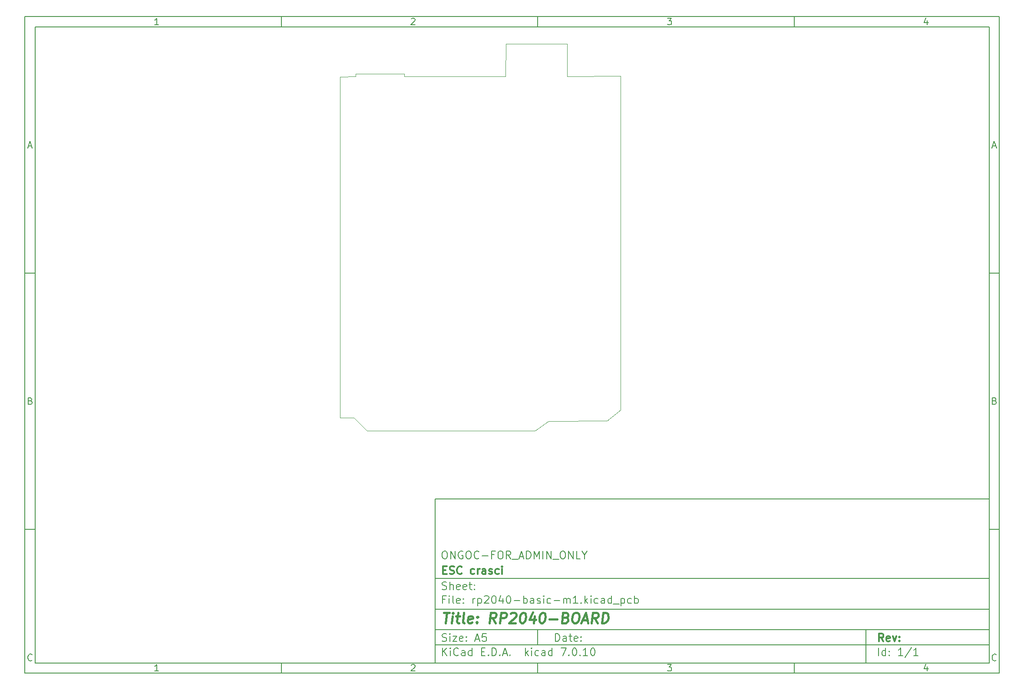
<source format=gbr>
%TF.GenerationSoftware,KiCad,Pcbnew,7.0.10*%
%TF.CreationDate,2024-01-28T16:32:01+05:30*%
%TF.ProjectId,rp2040-basic-m1,72703230-3430-42d6-9261-7369632d6d31,rev?*%
%TF.SameCoordinates,Original*%
%TF.FileFunction,Profile,NP*%
%FSLAX46Y46*%
G04 Gerber Fmt 4.6, Leading zero omitted, Abs format (unit mm)*
G04 Created by KiCad (PCBNEW 7.0.10) date 2024-01-28 16:32:01*
%MOMM*%
%LPD*%
G01*
G04 APERTURE LIST*
%ADD10C,0.100000*%
%ADD11C,0.150000*%
%ADD12C,0.300000*%
%ADD13C,0.400000*%
%TA.AperFunction,Profile*%
%ADD14C,0.100000*%
%TD*%
G04 APERTURE END LIST*
D10*
D11*
X90007200Y-104005800D02*
X198007200Y-104005800D01*
X198007200Y-136005800D01*
X90007200Y-136005800D01*
X90007200Y-104005800D01*
D10*
D11*
X10000000Y-10000000D02*
X200007200Y-10000000D01*
X200007200Y-138005800D01*
X10000000Y-138005800D01*
X10000000Y-10000000D01*
D10*
D11*
X12000000Y-12000000D02*
X198007200Y-12000000D01*
X198007200Y-136005800D01*
X12000000Y-136005800D01*
X12000000Y-12000000D01*
D10*
D11*
X60000000Y-12000000D02*
X60000000Y-10000000D01*
D10*
D11*
X110000000Y-12000000D02*
X110000000Y-10000000D01*
D10*
D11*
X160000000Y-12000000D02*
X160000000Y-10000000D01*
D10*
D11*
X36089160Y-11593604D02*
X35346303Y-11593604D01*
X35717731Y-11593604D02*
X35717731Y-10293604D01*
X35717731Y-10293604D02*
X35593922Y-10479319D01*
X35593922Y-10479319D02*
X35470112Y-10603128D01*
X35470112Y-10603128D02*
X35346303Y-10665033D01*
D10*
D11*
X85346303Y-10417414D02*
X85408207Y-10355509D01*
X85408207Y-10355509D02*
X85532017Y-10293604D01*
X85532017Y-10293604D02*
X85841541Y-10293604D01*
X85841541Y-10293604D02*
X85965350Y-10355509D01*
X85965350Y-10355509D02*
X86027255Y-10417414D01*
X86027255Y-10417414D02*
X86089160Y-10541223D01*
X86089160Y-10541223D02*
X86089160Y-10665033D01*
X86089160Y-10665033D02*
X86027255Y-10850747D01*
X86027255Y-10850747D02*
X85284398Y-11593604D01*
X85284398Y-11593604D02*
X86089160Y-11593604D01*
D10*
D11*
X135284398Y-10293604D02*
X136089160Y-10293604D01*
X136089160Y-10293604D02*
X135655826Y-10788842D01*
X135655826Y-10788842D02*
X135841541Y-10788842D01*
X135841541Y-10788842D02*
X135965350Y-10850747D01*
X135965350Y-10850747D02*
X136027255Y-10912652D01*
X136027255Y-10912652D02*
X136089160Y-11036461D01*
X136089160Y-11036461D02*
X136089160Y-11345985D01*
X136089160Y-11345985D02*
X136027255Y-11469795D01*
X136027255Y-11469795D02*
X135965350Y-11531700D01*
X135965350Y-11531700D02*
X135841541Y-11593604D01*
X135841541Y-11593604D02*
X135470112Y-11593604D01*
X135470112Y-11593604D02*
X135346303Y-11531700D01*
X135346303Y-11531700D02*
X135284398Y-11469795D01*
D10*
D11*
X185965350Y-10726938D02*
X185965350Y-11593604D01*
X185655826Y-10231700D02*
X185346303Y-11160271D01*
X185346303Y-11160271D02*
X186151064Y-11160271D01*
D10*
D11*
X60000000Y-136005800D02*
X60000000Y-138005800D01*
D10*
D11*
X110000000Y-136005800D02*
X110000000Y-138005800D01*
D10*
D11*
X160000000Y-136005800D02*
X160000000Y-138005800D01*
D10*
D11*
X36089160Y-137599404D02*
X35346303Y-137599404D01*
X35717731Y-137599404D02*
X35717731Y-136299404D01*
X35717731Y-136299404D02*
X35593922Y-136485119D01*
X35593922Y-136485119D02*
X35470112Y-136608928D01*
X35470112Y-136608928D02*
X35346303Y-136670833D01*
D10*
D11*
X85346303Y-136423214D02*
X85408207Y-136361309D01*
X85408207Y-136361309D02*
X85532017Y-136299404D01*
X85532017Y-136299404D02*
X85841541Y-136299404D01*
X85841541Y-136299404D02*
X85965350Y-136361309D01*
X85965350Y-136361309D02*
X86027255Y-136423214D01*
X86027255Y-136423214D02*
X86089160Y-136547023D01*
X86089160Y-136547023D02*
X86089160Y-136670833D01*
X86089160Y-136670833D02*
X86027255Y-136856547D01*
X86027255Y-136856547D02*
X85284398Y-137599404D01*
X85284398Y-137599404D02*
X86089160Y-137599404D01*
D10*
D11*
X135284398Y-136299404D02*
X136089160Y-136299404D01*
X136089160Y-136299404D02*
X135655826Y-136794642D01*
X135655826Y-136794642D02*
X135841541Y-136794642D01*
X135841541Y-136794642D02*
X135965350Y-136856547D01*
X135965350Y-136856547D02*
X136027255Y-136918452D01*
X136027255Y-136918452D02*
X136089160Y-137042261D01*
X136089160Y-137042261D02*
X136089160Y-137351785D01*
X136089160Y-137351785D02*
X136027255Y-137475595D01*
X136027255Y-137475595D02*
X135965350Y-137537500D01*
X135965350Y-137537500D02*
X135841541Y-137599404D01*
X135841541Y-137599404D02*
X135470112Y-137599404D01*
X135470112Y-137599404D02*
X135346303Y-137537500D01*
X135346303Y-137537500D02*
X135284398Y-137475595D01*
D10*
D11*
X185965350Y-136732738D02*
X185965350Y-137599404D01*
X185655826Y-136237500D02*
X185346303Y-137166071D01*
X185346303Y-137166071D02*
X186151064Y-137166071D01*
D10*
D11*
X10000000Y-60000000D02*
X12000000Y-60000000D01*
D10*
D11*
X10000000Y-110000000D02*
X12000000Y-110000000D01*
D10*
D11*
X10690476Y-35222176D02*
X11309523Y-35222176D01*
X10566666Y-35593604D02*
X10999999Y-34293604D01*
X10999999Y-34293604D02*
X11433333Y-35593604D01*
D10*
D11*
X11092857Y-84912652D02*
X11278571Y-84974557D01*
X11278571Y-84974557D02*
X11340476Y-85036461D01*
X11340476Y-85036461D02*
X11402380Y-85160271D01*
X11402380Y-85160271D02*
X11402380Y-85345985D01*
X11402380Y-85345985D02*
X11340476Y-85469795D01*
X11340476Y-85469795D02*
X11278571Y-85531700D01*
X11278571Y-85531700D02*
X11154761Y-85593604D01*
X11154761Y-85593604D02*
X10659523Y-85593604D01*
X10659523Y-85593604D02*
X10659523Y-84293604D01*
X10659523Y-84293604D02*
X11092857Y-84293604D01*
X11092857Y-84293604D02*
X11216666Y-84355509D01*
X11216666Y-84355509D02*
X11278571Y-84417414D01*
X11278571Y-84417414D02*
X11340476Y-84541223D01*
X11340476Y-84541223D02*
X11340476Y-84665033D01*
X11340476Y-84665033D02*
X11278571Y-84788842D01*
X11278571Y-84788842D02*
X11216666Y-84850747D01*
X11216666Y-84850747D02*
X11092857Y-84912652D01*
X11092857Y-84912652D02*
X10659523Y-84912652D01*
D10*
D11*
X11402380Y-135469795D02*
X11340476Y-135531700D01*
X11340476Y-135531700D02*
X11154761Y-135593604D01*
X11154761Y-135593604D02*
X11030952Y-135593604D01*
X11030952Y-135593604D02*
X10845238Y-135531700D01*
X10845238Y-135531700D02*
X10721428Y-135407890D01*
X10721428Y-135407890D02*
X10659523Y-135284080D01*
X10659523Y-135284080D02*
X10597619Y-135036461D01*
X10597619Y-135036461D02*
X10597619Y-134850747D01*
X10597619Y-134850747D02*
X10659523Y-134603128D01*
X10659523Y-134603128D02*
X10721428Y-134479319D01*
X10721428Y-134479319D02*
X10845238Y-134355509D01*
X10845238Y-134355509D02*
X11030952Y-134293604D01*
X11030952Y-134293604D02*
X11154761Y-134293604D01*
X11154761Y-134293604D02*
X11340476Y-134355509D01*
X11340476Y-134355509D02*
X11402380Y-134417414D01*
D10*
D11*
X200007200Y-60000000D02*
X198007200Y-60000000D01*
D10*
D11*
X200007200Y-110000000D02*
X198007200Y-110000000D01*
D10*
D11*
X198697676Y-35222176D02*
X199316723Y-35222176D01*
X198573866Y-35593604D02*
X199007199Y-34293604D01*
X199007199Y-34293604D02*
X199440533Y-35593604D01*
D10*
D11*
X199100057Y-84912652D02*
X199285771Y-84974557D01*
X199285771Y-84974557D02*
X199347676Y-85036461D01*
X199347676Y-85036461D02*
X199409580Y-85160271D01*
X199409580Y-85160271D02*
X199409580Y-85345985D01*
X199409580Y-85345985D02*
X199347676Y-85469795D01*
X199347676Y-85469795D02*
X199285771Y-85531700D01*
X199285771Y-85531700D02*
X199161961Y-85593604D01*
X199161961Y-85593604D02*
X198666723Y-85593604D01*
X198666723Y-85593604D02*
X198666723Y-84293604D01*
X198666723Y-84293604D02*
X199100057Y-84293604D01*
X199100057Y-84293604D02*
X199223866Y-84355509D01*
X199223866Y-84355509D02*
X199285771Y-84417414D01*
X199285771Y-84417414D02*
X199347676Y-84541223D01*
X199347676Y-84541223D02*
X199347676Y-84665033D01*
X199347676Y-84665033D02*
X199285771Y-84788842D01*
X199285771Y-84788842D02*
X199223866Y-84850747D01*
X199223866Y-84850747D02*
X199100057Y-84912652D01*
X199100057Y-84912652D02*
X198666723Y-84912652D01*
D10*
D11*
X199409580Y-135469795D02*
X199347676Y-135531700D01*
X199347676Y-135531700D02*
X199161961Y-135593604D01*
X199161961Y-135593604D02*
X199038152Y-135593604D01*
X199038152Y-135593604D02*
X198852438Y-135531700D01*
X198852438Y-135531700D02*
X198728628Y-135407890D01*
X198728628Y-135407890D02*
X198666723Y-135284080D01*
X198666723Y-135284080D02*
X198604819Y-135036461D01*
X198604819Y-135036461D02*
X198604819Y-134850747D01*
X198604819Y-134850747D02*
X198666723Y-134603128D01*
X198666723Y-134603128D02*
X198728628Y-134479319D01*
X198728628Y-134479319D02*
X198852438Y-134355509D01*
X198852438Y-134355509D02*
X199038152Y-134293604D01*
X199038152Y-134293604D02*
X199161961Y-134293604D01*
X199161961Y-134293604D02*
X199347676Y-134355509D01*
X199347676Y-134355509D02*
X199409580Y-134417414D01*
D10*
D11*
X113463026Y-131791928D02*
X113463026Y-130291928D01*
X113463026Y-130291928D02*
X113820169Y-130291928D01*
X113820169Y-130291928D02*
X114034455Y-130363357D01*
X114034455Y-130363357D02*
X114177312Y-130506214D01*
X114177312Y-130506214D02*
X114248741Y-130649071D01*
X114248741Y-130649071D02*
X114320169Y-130934785D01*
X114320169Y-130934785D02*
X114320169Y-131149071D01*
X114320169Y-131149071D02*
X114248741Y-131434785D01*
X114248741Y-131434785D02*
X114177312Y-131577642D01*
X114177312Y-131577642D02*
X114034455Y-131720500D01*
X114034455Y-131720500D02*
X113820169Y-131791928D01*
X113820169Y-131791928D02*
X113463026Y-131791928D01*
X115605884Y-131791928D02*
X115605884Y-131006214D01*
X115605884Y-131006214D02*
X115534455Y-130863357D01*
X115534455Y-130863357D02*
X115391598Y-130791928D01*
X115391598Y-130791928D02*
X115105884Y-130791928D01*
X115105884Y-130791928D02*
X114963026Y-130863357D01*
X115605884Y-131720500D02*
X115463026Y-131791928D01*
X115463026Y-131791928D02*
X115105884Y-131791928D01*
X115105884Y-131791928D02*
X114963026Y-131720500D01*
X114963026Y-131720500D02*
X114891598Y-131577642D01*
X114891598Y-131577642D02*
X114891598Y-131434785D01*
X114891598Y-131434785D02*
X114963026Y-131291928D01*
X114963026Y-131291928D02*
X115105884Y-131220500D01*
X115105884Y-131220500D02*
X115463026Y-131220500D01*
X115463026Y-131220500D02*
X115605884Y-131149071D01*
X116105884Y-130791928D02*
X116677312Y-130791928D01*
X116320169Y-130291928D02*
X116320169Y-131577642D01*
X116320169Y-131577642D02*
X116391598Y-131720500D01*
X116391598Y-131720500D02*
X116534455Y-131791928D01*
X116534455Y-131791928D02*
X116677312Y-131791928D01*
X117748741Y-131720500D02*
X117605884Y-131791928D01*
X117605884Y-131791928D02*
X117320170Y-131791928D01*
X117320170Y-131791928D02*
X117177312Y-131720500D01*
X117177312Y-131720500D02*
X117105884Y-131577642D01*
X117105884Y-131577642D02*
X117105884Y-131006214D01*
X117105884Y-131006214D02*
X117177312Y-130863357D01*
X117177312Y-130863357D02*
X117320170Y-130791928D01*
X117320170Y-130791928D02*
X117605884Y-130791928D01*
X117605884Y-130791928D02*
X117748741Y-130863357D01*
X117748741Y-130863357D02*
X117820170Y-131006214D01*
X117820170Y-131006214D02*
X117820170Y-131149071D01*
X117820170Y-131149071D02*
X117105884Y-131291928D01*
X118463026Y-131649071D02*
X118534455Y-131720500D01*
X118534455Y-131720500D02*
X118463026Y-131791928D01*
X118463026Y-131791928D02*
X118391598Y-131720500D01*
X118391598Y-131720500D02*
X118463026Y-131649071D01*
X118463026Y-131649071D02*
X118463026Y-131791928D01*
X118463026Y-130863357D02*
X118534455Y-130934785D01*
X118534455Y-130934785D02*
X118463026Y-131006214D01*
X118463026Y-131006214D02*
X118391598Y-130934785D01*
X118391598Y-130934785D02*
X118463026Y-130863357D01*
X118463026Y-130863357D02*
X118463026Y-131006214D01*
D10*
D11*
X90007200Y-132505800D02*
X198007200Y-132505800D01*
D10*
D11*
X91463026Y-134591928D02*
X91463026Y-133091928D01*
X92320169Y-134591928D02*
X91677312Y-133734785D01*
X92320169Y-133091928D02*
X91463026Y-133949071D01*
X92963026Y-134591928D02*
X92963026Y-133591928D01*
X92963026Y-133091928D02*
X92891598Y-133163357D01*
X92891598Y-133163357D02*
X92963026Y-133234785D01*
X92963026Y-133234785D02*
X93034455Y-133163357D01*
X93034455Y-133163357D02*
X92963026Y-133091928D01*
X92963026Y-133091928D02*
X92963026Y-133234785D01*
X94534455Y-134449071D02*
X94463027Y-134520500D01*
X94463027Y-134520500D02*
X94248741Y-134591928D01*
X94248741Y-134591928D02*
X94105884Y-134591928D01*
X94105884Y-134591928D02*
X93891598Y-134520500D01*
X93891598Y-134520500D02*
X93748741Y-134377642D01*
X93748741Y-134377642D02*
X93677312Y-134234785D01*
X93677312Y-134234785D02*
X93605884Y-133949071D01*
X93605884Y-133949071D02*
X93605884Y-133734785D01*
X93605884Y-133734785D02*
X93677312Y-133449071D01*
X93677312Y-133449071D02*
X93748741Y-133306214D01*
X93748741Y-133306214D02*
X93891598Y-133163357D01*
X93891598Y-133163357D02*
X94105884Y-133091928D01*
X94105884Y-133091928D02*
X94248741Y-133091928D01*
X94248741Y-133091928D02*
X94463027Y-133163357D01*
X94463027Y-133163357D02*
X94534455Y-133234785D01*
X95820170Y-134591928D02*
X95820170Y-133806214D01*
X95820170Y-133806214D02*
X95748741Y-133663357D01*
X95748741Y-133663357D02*
X95605884Y-133591928D01*
X95605884Y-133591928D02*
X95320170Y-133591928D01*
X95320170Y-133591928D02*
X95177312Y-133663357D01*
X95820170Y-134520500D02*
X95677312Y-134591928D01*
X95677312Y-134591928D02*
X95320170Y-134591928D01*
X95320170Y-134591928D02*
X95177312Y-134520500D01*
X95177312Y-134520500D02*
X95105884Y-134377642D01*
X95105884Y-134377642D02*
X95105884Y-134234785D01*
X95105884Y-134234785D02*
X95177312Y-134091928D01*
X95177312Y-134091928D02*
X95320170Y-134020500D01*
X95320170Y-134020500D02*
X95677312Y-134020500D01*
X95677312Y-134020500D02*
X95820170Y-133949071D01*
X97177313Y-134591928D02*
X97177313Y-133091928D01*
X97177313Y-134520500D02*
X97034455Y-134591928D01*
X97034455Y-134591928D02*
X96748741Y-134591928D01*
X96748741Y-134591928D02*
X96605884Y-134520500D01*
X96605884Y-134520500D02*
X96534455Y-134449071D01*
X96534455Y-134449071D02*
X96463027Y-134306214D01*
X96463027Y-134306214D02*
X96463027Y-133877642D01*
X96463027Y-133877642D02*
X96534455Y-133734785D01*
X96534455Y-133734785D02*
X96605884Y-133663357D01*
X96605884Y-133663357D02*
X96748741Y-133591928D01*
X96748741Y-133591928D02*
X97034455Y-133591928D01*
X97034455Y-133591928D02*
X97177313Y-133663357D01*
X99034455Y-133806214D02*
X99534455Y-133806214D01*
X99748741Y-134591928D02*
X99034455Y-134591928D01*
X99034455Y-134591928D02*
X99034455Y-133091928D01*
X99034455Y-133091928D02*
X99748741Y-133091928D01*
X100391598Y-134449071D02*
X100463027Y-134520500D01*
X100463027Y-134520500D02*
X100391598Y-134591928D01*
X100391598Y-134591928D02*
X100320170Y-134520500D01*
X100320170Y-134520500D02*
X100391598Y-134449071D01*
X100391598Y-134449071D02*
X100391598Y-134591928D01*
X101105884Y-134591928D02*
X101105884Y-133091928D01*
X101105884Y-133091928D02*
X101463027Y-133091928D01*
X101463027Y-133091928D02*
X101677313Y-133163357D01*
X101677313Y-133163357D02*
X101820170Y-133306214D01*
X101820170Y-133306214D02*
X101891599Y-133449071D01*
X101891599Y-133449071D02*
X101963027Y-133734785D01*
X101963027Y-133734785D02*
X101963027Y-133949071D01*
X101963027Y-133949071D02*
X101891599Y-134234785D01*
X101891599Y-134234785D02*
X101820170Y-134377642D01*
X101820170Y-134377642D02*
X101677313Y-134520500D01*
X101677313Y-134520500D02*
X101463027Y-134591928D01*
X101463027Y-134591928D02*
X101105884Y-134591928D01*
X102605884Y-134449071D02*
X102677313Y-134520500D01*
X102677313Y-134520500D02*
X102605884Y-134591928D01*
X102605884Y-134591928D02*
X102534456Y-134520500D01*
X102534456Y-134520500D02*
X102605884Y-134449071D01*
X102605884Y-134449071D02*
X102605884Y-134591928D01*
X103248742Y-134163357D02*
X103963028Y-134163357D01*
X103105885Y-134591928D02*
X103605885Y-133091928D01*
X103605885Y-133091928D02*
X104105885Y-134591928D01*
X104605884Y-134449071D02*
X104677313Y-134520500D01*
X104677313Y-134520500D02*
X104605884Y-134591928D01*
X104605884Y-134591928D02*
X104534456Y-134520500D01*
X104534456Y-134520500D02*
X104605884Y-134449071D01*
X104605884Y-134449071D02*
X104605884Y-134591928D01*
X107605884Y-134591928D02*
X107605884Y-133091928D01*
X107748742Y-134020500D02*
X108177313Y-134591928D01*
X108177313Y-133591928D02*
X107605884Y-134163357D01*
X108820170Y-134591928D02*
X108820170Y-133591928D01*
X108820170Y-133091928D02*
X108748742Y-133163357D01*
X108748742Y-133163357D02*
X108820170Y-133234785D01*
X108820170Y-133234785D02*
X108891599Y-133163357D01*
X108891599Y-133163357D02*
X108820170Y-133091928D01*
X108820170Y-133091928D02*
X108820170Y-133234785D01*
X110177314Y-134520500D02*
X110034456Y-134591928D01*
X110034456Y-134591928D02*
X109748742Y-134591928D01*
X109748742Y-134591928D02*
X109605885Y-134520500D01*
X109605885Y-134520500D02*
X109534456Y-134449071D01*
X109534456Y-134449071D02*
X109463028Y-134306214D01*
X109463028Y-134306214D02*
X109463028Y-133877642D01*
X109463028Y-133877642D02*
X109534456Y-133734785D01*
X109534456Y-133734785D02*
X109605885Y-133663357D01*
X109605885Y-133663357D02*
X109748742Y-133591928D01*
X109748742Y-133591928D02*
X110034456Y-133591928D01*
X110034456Y-133591928D02*
X110177314Y-133663357D01*
X111463028Y-134591928D02*
X111463028Y-133806214D01*
X111463028Y-133806214D02*
X111391599Y-133663357D01*
X111391599Y-133663357D02*
X111248742Y-133591928D01*
X111248742Y-133591928D02*
X110963028Y-133591928D01*
X110963028Y-133591928D02*
X110820170Y-133663357D01*
X111463028Y-134520500D02*
X111320170Y-134591928D01*
X111320170Y-134591928D02*
X110963028Y-134591928D01*
X110963028Y-134591928D02*
X110820170Y-134520500D01*
X110820170Y-134520500D02*
X110748742Y-134377642D01*
X110748742Y-134377642D02*
X110748742Y-134234785D01*
X110748742Y-134234785D02*
X110820170Y-134091928D01*
X110820170Y-134091928D02*
X110963028Y-134020500D01*
X110963028Y-134020500D02*
X111320170Y-134020500D01*
X111320170Y-134020500D02*
X111463028Y-133949071D01*
X112820171Y-134591928D02*
X112820171Y-133091928D01*
X112820171Y-134520500D02*
X112677313Y-134591928D01*
X112677313Y-134591928D02*
X112391599Y-134591928D01*
X112391599Y-134591928D02*
X112248742Y-134520500D01*
X112248742Y-134520500D02*
X112177313Y-134449071D01*
X112177313Y-134449071D02*
X112105885Y-134306214D01*
X112105885Y-134306214D02*
X112105885Y-133877642D01*
X112105885Y-133877642D02*
X112177313Y-133734785D01*
X112177313Y-133734785D02*
X112248742Y-133663357D01*
X112248742Y-133663357D02*
X112391599Y-133591928D01*
X112391599Y-133591928D02*
X112677313Y-133591928D01*
X112677313Y-133591928D02*
X112820171Y-133663357D01*
X114534456Y-133091928D02*
X115534456Y-133091928D01*
X115534456Y-133091928D02*
X114891599Y-134591928D01*
X116105884Y-134449071D02*
X116177313Y-134520500D01*
X116177313Y-134520500D02*
X116105884Y-134591928D01*
X116105884Y-134591928D02*
X116034456Y-134520500D01*
X116034456Y-134520500D02*
X116105884Y-134449071D01*
X116105884Y-134449071D02*
X116105884Y-134591928D01*
X117105885Y-133091928D02*
X117248742Y-133091928D01*
X117248742Y-133091928D02*
X117391599Y-133163357D01*
X117391599Y-133163357D02*
X117463028Y-133234785D01*
X117463028Y-133234785D02*
X117534456Y-133377642D01*
X117534456Y-133377642D02*
X117605885Y-133663357D01*
X117605885Y-133663357D02*
X117605885Y-134020500D01*
X117605885Y-134020500D02*
X117534456Y-134306214D01*
X117534456Y-134306214D02*
X117463028Y-134449071D01*
X117463028Y-134449071D02*
X117391599Y-134520500D01*
X117391599Y-134520500D02*
X117248742Y-134591928D01*
X117248742Y-134591928D02*
X117105885Y-134591928D01*
X117105885Y-134591928D02*
X116963028Y-134520500D01*
X116963028Y-134520500D02*
X116891599Y-134449071D01*
X116891599Y-134449071D02*
X116820170Y-134306214D01*
X116820170Y-134306214D02*
X116748742Y-134020500D01*
X116748742Y-134020500D02*
X116748742Y-133663357D01*
X116748742Y-133663357D02*
X116820170Y-133377642D01*
X116820170Y-133377642D02*
X116891599Y-133234785D01*
X116891599Y-133234785D02*
X116963028Y-133163357D01*
X116963028Y-133163357D02*
X117105885Y-133091928D01*
X118248741Y-134449071D02*
X118320170Y-134520500D01*
X118320170Y-134520500D02*
X118248741Y-134591928D01*
X118248741Y-134591928D02*
X118177313Y-134520500D01*
X118177313Y-134520500D02*
X118248741Y-134449071D01*
X118248741Y-134449071D02*
X118248741Y-134591928D01*
X119748742Y-134591928D02*
X118891599Y-134591928D01*
X119320170Y-134591928D02*
X119320170Y-133091928D01*
X119320170Y-133091928D02*
X119177313Y-133306214D01*
X119177313Y-133306214D02*
X119034456Y-133449071D01*
X119034456Y-133449071D02*
X118891599Y-133520500D01*
X120677313Y-133091928D02*
X120820170Y-133091928D01*
X120820170Y-133091928D02*
X120963027Y-133163357D01*
X120963027Y-133163357D02*
X121034456Y-133234785D01*
X121034456Y-133234785D02*
X121105884Y-133377642D01*
X121105884Y-133377642D02*
X121177313Y-133663357D01*
X121177313Y-133663357D02*
X121177313Y-134020500D01*
X121177313Y-134020500D02*
X121105884Y-134306214D01*
X121105884Y-134306214D02*
X121034456Y-134449071D01*
X121034456Y-134449071D02*
X120963027Y-134520500D01*
X120963027Y-134520500D02*
X120820170Y-134591928D01*
X120820170Y-134591928D02*
X120677313Y-134591928D01*
X120677313Y-134591928D02*
X120534456Y-134520500D01*
X120534456Y-134520500D02*
X120463027Y-134449071D01*
X120463027Y-134449071D02*
X120391598Y-134306214D01*
X120391598Y-134306214D02*
X120320170Y-134020500D01*
X120320170Y-134020500D02*
X120320170Y-133663357D01*
X120320170Y-133663357D02*
X120391598Y-133377642D01*
X120391598Y-133377642D02*
X120463027Y-133234785D01*
X120463027Y-133234785D02*
X120534456Y-133163357D01*
X120534456Y-133163357D02*
X120677313Y-133091928D01*
D10*
D11*
X90007200Y-129505800D02*
X198007200Y-129505800D01*
D10*
D12*
X177418853Y-131784128D02*
X176918853Y-131069842D01*
X176561710Y-131784128D02*
X176561710Y-130284128D01*
X176561710Y-130284128D02*
X177133139Y-130284128D01*
X177133139Y-130284128D02*
X177275996Y-130355557D01*
X177275996Y-130355557D02*
X177347425Y-130426985D01*
X177347425Y-130426985D02*
X177418853Y-130569842D01*
X177418853Y-130569842D02*
X177418853Y-130784128D01*
X177418853Y-130784128D02*
X177347425Y-130926985D01*
X177347425Y-130926985D02*
X177275996Y-130998414D01*
X177275996Y-130998414D02*
X177133139Y-131069842D01*
X177133139Y-131069842D02*
X176561710Y-131069842D01*
X178633139Y-131712700D02*
X178490282Y-131784128D01*
X178490282Y-131784128D02*
X178204568Y-131784128D01*
X178204568Y-131784128D02*
X178061710Y-131712700D01*
X178061710Y-131712700D02*
X177990282Y-131569842D01*
X177990282Y-131569842D02*
X177990282Y-130998414D01*
X177990282Y-130998414D02*
X178061710Y-130855557D01*
X178061710Y-130855557D02*
X178204568Y-130784128D01*
X178204568Y-130784128D02*
X178490282Y-130784128D01*
X178490282Y-130784128D02*
X178633139Y-130855557D01*
X178633139Y-130855557D02*
X178704568Y-130998414D01*
X178704568Y-130998414D02*
X178704568Y-131141271D01*
X178704568Y-131141271D02*
X177990282Y-131284128D01*
X179204567Y-130784128D02*
X179561710Y-131784128D01*
X179561710Y-131784128D02*
X179918853Y-130784128D01*
X180490281Y-131641271D02*
X180561710Y-131712700D01*
X180561710Y-131712700D02*
X180490281Y-131784128D01*
X180490281Y-131784128D02*
X180418853Y-131712700D01*
X180418853Y-131712700D02*
X180490281Y-131641271D01*
X180490281Y-131641271D02*
X180490281Y-131784128D01*
X180490281Y-130855557D02*
X180561710Y-130926985D01*
X180561710Y-130926985D02*
X180490281Y-130998414D01*
X180490281Y-130998414D02*
X180418853Y-130926985D01*
X180418853Y-130926985D02*
X180490281Y-130855557D01*
X180490281Y-130855557D02*
X180490281Y-130998414D01*
D10*
D11*
X91391598Y-131720500D02*
X91605884Y-131791928D01*
X91605884Y-131791928D02*
X91963026Y-131791928D01*
X91963026Y-131791928D02*
X92105884Y-131720500D01*
X92105884Y-131720500D02*
X92177312Y-131649071D01*
X92177312Y-131649071D02*
X92248741Y-131506214D01*
X92248741Y-131506214D02*
X92248741Y-131363357D01*
X92248741Y-131363357D02*
X92177312Y-131220500D01*
X92177312Y-131220500D02*
X92105884Y-131149071D01*
X92105884Y-131149071D02*
X91963026Y-131077642D01*
X91963026Y-131077642D02*
X91677312Y-131006214D01*
X91677312Y-131006214D02*
X91534455Y-130934785D01*
X91534455Y-130934785D02*
X91463026Y-130863357D01*
X91463026Y-130863357D02*
X91391598Y-130720500D01*
X91391598Y-130720500D02*
X91391598Y-130577642D01*
X91391598Y-130577642D02*
X91463026Y-130434785D01*
X91463026Y-130434785D02*
X91534455Y-130363357D01*
X91534455Y-130363357D02*
X91677312Y-130291928D01*
X91677312Y-130291928D02*
X92034455Y-130291928D01*
X92034455Y-130291928D02*
X92248741Y-130363357D01*
X92891597Y-131791928D02*
X92891597Y-130791928D01*
X92891597Y-130291928D02*
X92820169Y-130363357D01*
X92820169Y-130363357D02*
X92891597Y-130434785D01*
X92891597Y-130434785D02*
X92963026Y-130363357D01*
X92963026Y-130363357D02*
X92891597Y-130291928D01*
X92891597Y-130291928D02*
X92891597Y-130434785D01*
X93463026Y-130791928D02*
X94248741Y-130791928D01*
X94248741Y-130791928D02*
X93463026Y-131791928D01*
X93463026Y-131791928D02*
X94248741Y-131791928D01*
X95391598Y-131720500D02*
X95248741Y-131791928D01*
X95248741Y-131791928D02*
X94963027Y-131791928D01*
X94963027Y-131791928D02*
X94820169Y-131720500D01*
X94820169Y-131720500D02*
X94748741Y-131577642D01*
X94748741Y-131577642D02*
X94748741Y-131006214D01*
X94748741Y-131006214D02*
X94820169Y-130863357D01*
X94820169Y-130863357D02*
X94963027Y-130791928D01*
X94963027Y-130791928D02*
X95248741Y-130791928D01*
X95248741Y-130791928D02*
X95391598Y-130863357D01*
X95391598Y-130863357D02*
X95463027Y-131006214D01*
X95463027Y-131006214D02*
X95463027Y-131149071D01*
X95463027Y-131149071D02*
X94748741Y-131291928D01*
X96105883Y-131649071D02*
X96177312Y-131720500D01*
X96177312Y-131720500D02*
X96105883Y-131791928D01*
X96105883Y-131791928D02*
X96034455Y-131720500D01*
X96034455Y-131720500D02*
X96105883Y-131649071D01*
X96105883Y-131649071D02*
X96105883Y-131791928D01*
X96105883Y-130863357D02*
X96177312Y-130934785D01*
X96177312Y-130934785D02*
X96105883Y-131006214D01*
X96105883Y-131006214D02*
X96034455Y-130934785D01*
X96034455Y-130934785D02*
X96105883Y-130863357D01*
X96105883Y-130863357D02*
X96105883Y-131006214D01*
X97891598Y-131363357D02*
X98605884Y-131363357D01*
X97748741Y-131791928D02*
X98248741Y-130291928D01*
X98248741Y-130291928D02*
X98748741Y-131791928D01*
X99963026Y-130291928D02*
X99248740Y-130291928D01*
X99248740Y-130291928D02*
X99177312Y-131006214D01*
X99177312Y-131006214D02*
X99248740Y-130934785D01*
X99248740Y-130934785D02*
X99391598Y-130863357D01*
X99391598Y-130863357D02*
X99748740Y-130863357D01*
X99748740Y-130863357D02*
X99891598Y-130934785D01*
X99891598Y-130934785D02*
X99963026Y-131006214D01*
X99963026Y-131006214D02*
X100034455Y-131149071D01*
X100034455Y-131149071D02*
X100034455Y-131506214D01*
X100034455Y-131506214D02*
X99963026Y-131649071D01*
X99963026Y-131649071D02*
X99891598Y-131720500D01*
X99891598Y-131720500D02*
X99748740Y-131791928D01*
X99748740Y-131791928D02*
X99391598Y-131791928D01*
X99391598Y-131791928D02*
X99248740Y-131720500D01*
X99248740Y-131720500D02*
X99177312Y-131649071D01*
D10*
D11*
X176463026Y-134591928D02*
X176463026Y-133091928D01*
X177820170Y-134591928D02*
X177820170Y-133091928D01*
X177820170Y-134520500D02*
X177677312Y-134591928D01*
X177677312Y-134591928D02*
X177391598Y-134591928D01*
X177391598Y-134591928D02*
X177248741Y-134520500D01*
X177248741Y-134520500D02*
X177177312Y-134449071D01*
X177177312Y-134449071D02*
X177105884Y-134306214D01*
X177105884Y-134306214D02*
X177105884Y-133877642D01*
X177105884Y-133877642D02*
X177177312Y-133734785D01*
X177177312Y-133734785D02*
X177248741Y-133663357D01*
X177248741Y-133663357D02*
X177391598Y-133591928D01*
X177391598Y-133591928D02*
X177677312Y-133591928D01*
X177677312Y-133591928D02*
X177820170Y-133663357D01*
X178534455Y-134449071D02*
X178605884Y-134520500D01*
X178605884Y-134520500D02*
X178534455Y-134591928D01*
X178534455Y-134591928D02*
X178463027Y-134520500D01*
X178463027Y-134520500D02*
X178534455Y-134449071D01*
X178534455Y-134449071D02*
X178534455Y-134591928D01*
X178534455Y-133663357D02*
X178605884Y-133734785D01*
X178605884Y-133734785D02*
X178534455Y-133806214D01*
X178534455Y-133806214D02*
X178463027Y-133734785D01*
X178463027Y-133734785D02*
X178534455Y-133663357D01*
X178534455Y-133663357D02*
X178534455Y-133806214D01*
X181177313Y-134591928D02*
X180320170Y-134591928D01*
X180748741Y-134591928D02*
X180748741Y-133091928D01*
X180748741Y-133091928D02*
X180605884Y-133306214D01*
X180605884Y-133306214D02*
X180463027Y-133449071D01*
X180463027Y-133449071D02*
X180320170Y-133520500D01*
X182891598Y-133020500D02*
X181605884Y-134949071D01*
X184177313Y-134591928D02*
X183320170Y-134591928D01*
X183748741Y-134591928D02*
X183748741Y-133091928D01*
X183748741Y-133091928D02*
X183605884Y-133306214D01*
X183605884Y-133306214D02*
X183463027Y-133449071D01*
X183463027Y-133449071D02*
X183320170Y-133520500D01*
D10*
D11*
X90007200Y-125505800D02*
X198007200Y-125505800D01*
D10*
D13*
X91698928Y-126210238D02*
X92841785Y-126210238D01*
X92020357Y-128210238D02*
X92270357Y-126210238D01*
X93258452Y-128210238D02*
X93425119Y-126876904D01*
X93508452Y-126210238D02*
X93401309Y-126305476D01*
X93401309Y-126305476D02*
X93484643Y-126400714D01*
X93484643Y-126400714D02*
X93591786Y-126305476D01*
X93591786Y-126305476D02*
X93508452Y-126210238D01*
X93508452Y-126210238D02*
X93484643Y-126400714D01*
X94091786Y-126876904D02*
X94853690Y-126876904D01*
X94460833Y-126210238D02*
X94246548Y-127924523D01*
X94246548Y-127924523D02*
X94317976Y-128115000D01*
X94317976Y-128115000D02*
X94496548Y-128210238D01*
X94496548Y-128210238D02*
X94687024Y-128210238D01*
X95639405Y-128210238D02*
X95460833Y-128115000D01*
X95460833Y-128115000D02*
X95389405Y-127924523D01*
X95389405Y-127924523D02*
X95603690Y-126210238D01*
X97175119Y-128115000D02*
X96972738Y-128210238D01*
X96972738Y-128210238D02*
X96591785Y-128210238D01*
X96591785Y-128210238D02*
X96413214Y-128115000D01*
X96413214Y-128115000D02*
X96341785Y-127924523D01*
X96341785Y-127924523D02*
X96437024Y-127162619D01*
X96437024Y-127162619D02*
X96556071Y-126972142D01*
X96556071Y-126972142D02*
X96758452Y-126876904D01*
X96758452Y-126876904D02*
X97139404Y-126876904D01*
X97139404Y-126876904D02*
X97317976Y-126972142D01*
X97317976Y-126972142D02*
X97389404Y-127162619D01*
X97389404Y-127162619D02*
X97365595Y-127353095D01*
X97365595Y-127353095D02*
X96389404Y-127543571D01*
X98139405Y-128019761D02*
X98222738Y-128115000D01*
X98222738Y-128115000D02*
X98115595Y-128210238D01*
X98115595Y-128210238D02*
X98032262Y-128115000D01*
X98032262Y-128115000D02*
X98139405Y-128019761D01*
X98139405Y-128019761D02*
X98115595Y-128210238D01*
X98270357Y-126972142D02*
X98353690Y-127067380D01*
X98353690Y-127067380D02*
X98246548Y-127162619D01*
X98246548Y-127162619D02*
X98163214Y-127067380D01*
X98163214Y-127067380D02*
X98270357Y-126972142D01*
X98270357Y-126972142D02*
X98246548Y-127162619D01*
X101734643Y-128210238D02*
X101187024Y-127257857D01*
X100591786Y-128210238D02*
X100841786Y-126210238D01*
X100841786Y-126210238D02*
X101603691Y-126210238D01*
X101603691Y-126210238D02*
X101782262Y-126305476D01*
X101782262Y-126305476D02*
X101865596Y-126400714D01*
X101865596Y-126400714D02*
X101937024Y-126591190D01*
X101937024Y-126591190D02*
X101901310Y-126876904D01*
X101901310Y-126876904D02*
X101782262Y-127067380D01*
X101782262Y-127067380D02*
X101675120Y-127162619D01*
X101675120Y-127162619D02*
X101472739Y-127257857D01*
X101472739Y-127257857D02*
X100710834Y-127257857D01*
X102591786Y-128210238D02*
X102841786Y-126210238D01*
X102841786Y-126210238D02*
X103603691Y-126210238D01*
X103603691Y-126210238D02*
X103782262Y-126305476D01*
X103782262Y-126305476D02*
X103865596Y-126400714D01*
X103865596Y-126400714D02*
X103937024Y-126591190D01*
X103937024Y-126591190D02*
X103901310Y-126876904D01*
X103901310Y-126876904D02*
X103782262Y-127067380D01*
X103782262Y-127067380D02*
X103675120Y-127162619D01*
X103675120Y-127162619D02*
X103472739Y-127257857D01*
X103472739Y-127257857D02*
X102710834Y-127257857D01*
X104722739Y-126400714D02*
X104829881Y-126305476D01*
X104829881Y-126305476D02*
X105032262Y-126210238D01*
X105032262Y-126210238D02*
X105508453Y-126210238D01*
X105508453Y-126210238D02*
X105687024Y-126305476D01*
X105687024Y-126305476D02*
X105770358Y-126400714D01*
X105770358Y-126400714D02*
X105841786Y-126591190D01*
X105841786Y-126591190D02*
X105817977Y-126781666D01*
X105817977Y-126781666D02*
X105687024Y-127067380D01*
X105687024Y-127067380D02*
X104401310Y-128210238D01*
X104401310Y-128210238D02*
X105639405Y-128210238D01*
X107127501Y-126210238D02*
X107317977Y-126210238D01*
X107317977Y-126210238D02*
X107496548Y-126305476D01*
X107496548Y-126305476D02*
X107579882Y-126400714D01*
X107579882Y-126400714D02*
X107651310Y-126591190D01*
X107651310Y-126591190D02*
X107698929Y-126972142D01*
X107698929Y-126972142D02*
X107639405Y-127448333D01*
X107639405Y-127448333D02*
X107496548Y-127829285D01*
X107496548Y-127829285D02*
X107377501Y-128019761D01*
X107377501Y-128019761D02*
X107270358Y-128115000D01*
X107270358Y-128115000D02*
X107067977Y-128210238D01*
X107067977Y-128210238D02*
X106877501Y-128210238D01*
X106877501Y-128210238D02*
X106698929Y-128115000D01*
X106698929Y-128115000D02*
X106615596Y-128019761D01*
X106615596Y-128019761D02*
X106544167Y-127829285D01*
X106544167Y-127829285D02*
X106496548Y-127448333D01*
X106496548Y-127448333D02*
X106556072Y-126972142D01*
X106556072Y-126972142D02*
X106698929Y-126591190D01*
X106698929Y-126591190D02*
X106817977Y-126400714D01*
X106817977Y-126400714D02*
X106925120Y-126305476D01*
X106925120Y-126305476D02*
X107127501Y-126210238D01*
X109425120Y-126876904D02*
X109258453Y-128210238D01*
X109044167Y-126115000D02*
X108389405Y-127543571D01*
X108389405Y-127543571D02*
X109627501Y-127543571D01*
X110937025Y-126210238D02*
X111127501Y-126210238D01*
X111127501Y-126210238D02*
X111306072Y-126305476D01*
X111306072Y-126305476D02*
X111389406Y-126400714D01*
X111389406Y-126400714D02*
X111460834Y-126591190D01*
X111460834Y-126591190D02*
X111508453Y-126972142D01*
X111508453Y-126972142D02*
X111448929Y-127448333D01*
X111448929Y-127448333D02*
X111306072Y-127829285D01*
X111306072Y-127829285D02*
X111187025Y-128019761D01*
X111187025Y-128019761D02*
X111079882Y-128115000D01*
X111079882Y-128115000D02*
X110877501Y-128210238D01*
X110877501Y-128210238D02*
X110687025Y-128210238D01*
X110687025Y-128210238D02*
X110508453Y-128115000D01*
X110508453Y-128115000D02*
X110425120Y-128019761D01*
X110425120Y-128019761D02*
X110353691Y-127829285D01*
X110353691Y-127829285D02*
X110306072Y-127448333D01*
X110306072Y-127448333D02*
X110365596Y-126972142D01*
X110365596Y-126972142D02*
X110508453Y-126591190D01*
X110508453Y-126591190D02*
X110627501Y-126400714D01*
X110627501Y-126400714D02*
X110734644Y-126305476D01*
X110734644Y-126305476D02*
X110937025Y-126210238D01*
X112306072Y-127448333D02*
X113829882Y-127448333D01*
X115484643Y-127162619D02*
X115758453Y-127257857D01*
X115758453Y-127257857D02*
X115841786Y-127353095D01*
X115841786Y-127353095D02*
X115913215Y-127543571D01*
X115913215Y-127543571D02*
X115877500Y-127829285D01*
X115877500Y-127829285D02*
X115758453Y-128019761D01*
X115758453Y-128019761D02*
X115651310Y-128115000D01*
X115651310Y-128115000D02*
X115448929Y-128210238D01*
X115448929Y-128210238D02*
X114687024Y-128210238D01*
X114687024Y-128210238D02*
X114937024Y-126210238D01*
X114937024Y-126210238D02*
X115603691Y-126210238D01*
X115603691Y-126210238D02*
X115782262Y-126305476D01*
X115782262Y-126305476D02*
X115865596Y-126400714D01*
X115865596Y-126400714D02*
X115937024Y-126591190D01*
X115937024Y-126591190D02*
X115913215Y-126781666D01*
X115913215Y-126781666D02*
X115794167Y-126972142D01*
X115794167Y-126972142D02*
X115687024Y-127067380D01*
X115687024Y-127067380D02*
X115484643Y-127162619D01*
X115484643Y-127162619D02*
X114817977Y-127162619D01*
X117317977Y-126210238D02*
X117698929Y-126210238D01*
X117698929Y-126210238D02*
X117877500Y-126305476D01*
X117877500Y-126305476D02*
X118044167Y-126495952D01*
X118044167Y-126495952D02*
X118091786Y-126876904D01*
X118091786Y-126876904D02*
X118008453Y-127543571D01*
X118008453Y-127543571D02*
X117865596Y-127924523D01*
X117865596Y-127924523D02*
X117651310Y-128115000D01*
X117651310Y-128115000D02*
X117448929Y-128210238D01*
X117448929Y-128210238D02*
X117067977Y-128210238D01*
X117067977Y-128210238D02*
X116889405Y-128115000D01*
X116889405Y-128115000D02*
X116722739Y-127924523D01*
X116722739Y-127924523D02*
X116675119Y-127543571D01*
X116675119Y-127543571D02*
X116758453Y-126876904D01*
X116758453Y-126876904D02*
X116901310Y-126495952D01*
X116901310Y-126495952D02*
X117115596Y-126305476D01*
X117115596Y-126305476D02*
X117317977Y-126210238D01*
X118758453Y-127638809D02*
X119710834Y-127638809D01*
X118496548Y-128210238D02*
X119413215Y-126210238D01*
X119413215Y-126210238D02*
X119829881Y-128210238D01*
X121639405Y-128210238D02*
X121091786Y-127257857D01*
X120496548Y-128210238D02*
X120746548Y-126210238D01*
X120746548Y-126210238D02*
X121508453Y-126210238D01*
X121508453Y-126210238D02*
X121687024Y-126305476D01*
X121687024Y-126305476D02*
X121770358Y-126400714D01*
X121770358Y-126400714D02*
X121841786Y-126591190D01*
X121841786Y-126591190D02*
X121806072Y-126876904D01*
X121806072Y-126876904D02*
X121687024Y-127067380D01*
X121687024Y-127067380D02*
X121579882Y-127162619D01*
X121579882Y-127162619D02*
X121377501Y-127257857D01*
X121377501Y-127257857D02*
X120615596Y-127257857D01*
X122496548Y-128210238D02*
X122746548Y-126210238D01*
X122746548Y-126210238D02*
X123222739Y-126210238D01*
X123222739Y-126210238D02*
X123496548Y-126305476D01*
X123496548Y-126305476D02*
X123663215Y-126495952D01*
X123663215Y-126495952D02*
X123734643Y-126686428D01*
X123734643Y-126686428D02*
X123782263Y-127067380D01*
X123782263Y-127067380D02*
X123746548Y-127353095D01*
X123746548Y-127353095D02*
X123603691Y-127734047D01*
X123603691Y-127734047D02*
X123484643Y-127924523D01*
X123484643Y-127924523D02*
X123270358Y-128115000D01*
X123270358Y-128115000D02*
X122972739Y-128210238D01*
X122972739Y-128210238D02*
X122496548Y-128210238D01*
D10*
D11*
X91963026Y-123606214D02*
X91463026Y-123606214D01*
X91463026Y-124391928D02*
X91463026Y-122891928D01*
X91463026Y-122891928D02*
X92177312Y-122891928D01*
X92748740Y-124391928D02*
X92748740Y-123391928D01*
X92748740Y-122891928D02*
X92677312Y-122963357D01*
X92677312Y-122963357D02*
X92748740Y-123034785D01*
X92748740Y-123034785D02*
X92820169Y-122963357D01*
X92820169Y-122963357D02*
X92748740Y-122891928D01*
X92748740Y-122891928D02*
X92748740Y-123034785D01*
X93677312Y-124391928D02*
X93534455Y-124320500D01*
X93534455Y-124320500D02*
X93463026Y-124177642D01*
X93463026Y-124177642D02*
X93463026Y-122891928D01*
X94820169Y-124320500D02*
X94677312Y-124391928D01*
X94677312Y-124391928D02*
X94391598Y-124391928D01*
X94391598Y-124391928D02*
X94248740Y-124320500D01*
X94248740Y-124320500D02*
X94177312Y-124177642D01*
X94177312Y-124177642D02*
X94177312Y-123606214D01*
X94177312Y-123606214D02*
X94248740Y-123463357D01*
X94248740Y-123463357D02*
X94391598Y-123391928D01*
X94391598Y-123391928D02*
X94677312Y-123391928D01*
X94677312Y-123391928D02*
X94820169Y-123463357D01*
X94820169Y-123463357D02*
X94891598Y-123606214D01*
X94891598Y-123606214D02*
X94891598Y-123749071D01*
X94891598Y-123749071D02*
X94177312Y-123891928D01*
X95534454Y-124249071D02*
X95605883Y-124320500D01*
X95605883Y-124320500D02*
X95534454Y-124391928D01*
X95534454Y-124391928D02*
X95463026Y-124320500D01*
X95463026Y-124320500D02*
X95534454Y-124249071D01*
X95534454Y-124249071D02*
X95534454Y-124391928D01*
X95534454Y-123463357D02*
X95605883Y-123534785D01*
X95605883Y-123534785D02*
X95534454Y-123606214D01*
X95534454Y-123606214D02*
X95463026Y-123534785D01*
X95463026Y-123534785D02*
X95534454Y-123463357D01*
X95534454Y-123463357D02*
X95534454Y-123606214D01*
X97391597Y-124391928D02*
X97391597Y-123391928D01*
X97391597Y-123677642D02*
X97463026Y-123534785D01*
X97463026Y-123534785D02*
X97534455Y-123463357D01*
X97534455Y-123463357D02*
X97677312Y-123391928D01*
X97677312Y-123391928D02*
X97820169Y-123391928D01*
X98320168Y-123391928D02*
X98320168Y-124891928D01*
X98320168Y-123463357D02*
X98463026Y-123391928D01*
X98463026Y-123391928D02*
X98748740Y-123391928D01*
X98748740Y-123391928D02*
X98891597Y-123463357D01*
X98891597Y-123463357D02*
X98963026Y-123534785D01*
X98963026Y-123534785D02*
X99034454Y-123677642D01*
X99034454Y-123677642D02*
X99034454Y-124106214D01*
X99034454Y-124106214D02*
X98963026Y-124249071D01*
X98963026Y-124249071D02*
X98891597Y-124320500D01*
X98891597Y-124320500D02*
X98748740Y-124391928D01*
X98748740Y-124391928D02*
X98463026Y-124391928D01*
X98463026Y-124391928D02*
X98320168Y-124320500D01*
X99605883Y-123034785D02*
X99677311Y-122963357D01*
X99677311Y-122963357D02*
X99820169Y-122891928D01*
X99820169Y-122891928D02*
X100177311Y-122891928D01*
X100177311Y-122891928D02*
X100320169Y-122963357D01*
X100320169Y-122963357D02*
X100391597Y-123034785D01*
X100391597Y-123034785D02*
X100463026Y-123177642D01*
X100463026Y-123177642D02*
X100463026Y-123320500D01*
X100463026Y-123320500D02*
X100391597Y-123534785D01*
X100391597Y-123534785D02*
X99534454Y-124391928D01*
X99534454Y-124391928D02*
X100463026Y-124391928D01*
X101391597Y-122891928D02*
X101534454Y-122891928D01*
X101534454Y-122891928D02*
X101677311Y-122963357D01*
X101677311Y-122963357D02*
X101748740Y-123034785D01*
X101748740Y-123034785D02*
X101820168Y-123177642D01*
X101820168Y-123177642D02*
X101891597Y-123463357D01*
X101891597Y-123463357D02*
X101891597Y-123820500D01*
X101891597Y-123820500D02*
X101820168Y-124106214D01*
X101820168Y-124106214D02*
X101748740Y-124249071D01*
X101748740Y-124249071D02*
X101677311Y-124320500D01*
X101677311Y-124320500D02*
X101534454Y-124391928D01*
X101534454Y-124391928D02*
X101391597Y-124391928D01*
X101391597Y-124391928D02*
X101248740Y-124320500D01*
X101248740Y-124320500D02*
X101177311Y-124249071D01*
X101177311Y-124249071D02*
X101105882Y-124106214D01*
X101105882Y-124106214D02*
X101034454Y-123820500D01*
X101034454Y-123820500D02*
X101034454Y-123463357D01*
X101034454Y-123463357D02*
X101105882Y-123177642D01*
X101105882Y-123177642D02*
X101177311Y-123034785D01*
X101177311Y-123034785D02*
X101248740Y-122963357D01*
X101248740Y-122963357D02*
X101391597Y-122891928D01*
X103177311Y-123391928D02*
X103177311Y-124391928D01*
X102820168Y-122820500D02*
X102463025Y-123891928D01*
X102463025Y-123891928D02*
X103391596Y-123891928D01*
X104248739Y-122891928D02*
X104391596Y-122891928D01*
X104391596Y-122891928D02*
X104534453Y-122963357D01*
X104534453Y-122963357D02*
X104605882Y-123034785D01*
X104605882Y-123034785D02*
X104677310Y-123177642D01*
X104677310Y-123177642D02*
X104748739Y-123463357D01*
X104748739Y-123463357D02*
X104748739Y-123820500D01*
X104748739Y-123820500D02*
X104677310Y-124106214D01*
X104677310Y-124106214D02*
X104605882Y-124249071D01*
X104605882Y-124249071D02*
X104534453Y-124320500D01*
X104534453Y-124320500D02*
X104391596Y-124391928D01*
X104391596Y-124391928D02*
X104248739Y-124391928D01*
X104248739Y-124391928D02*
X104105882Y-124320500D01*
X104105882Y-124320500D02*
X104034453Y-124249071D01*
X104034453Y-124249071D02*
X103963024Y-124106214D01*
X103963024Y-124106214D02*
X103891596Y-123820500D01*
X103891596Y-123820500D02*
X103891596Y-123463357D01*
X103891596Y-123463357D02*
X103963024Y-123177642D01*
X103963024Y-123177642D02*
X104034453Y-123034785D01*
X104034453Y-123034785D02*
X104105882Y-122963357D01*
X104105882Y-122963357D02*
X104248739Y-122891928D01*
X105391595Y-123820500D02*
X106534453Y-123820500D01*
X107248738Y-124391928D02*
X107248738Y-122891928D01*
X107248738Y-123463357D02*
X107391596Y-123391928D01*
X107391596Y-123391928D02*
X107677310Y-123391928D01*
X107677310Y-123391928D02*
X107820167Y-123463357D01*
X107820167Y-123463357D02*
X107891596Y-123534785D01*
X107891596Y-123534785D02*
X107963024Y-123677642D01*
X107963024Y-123677642D02*
X107963024Y-124106214D01*
X107963024Y-124106214D02*
X107891596Y-124249071D01*
X107891596Y-124249071D02*
X107820167Y-124320500D01*
X107820167Y-124320500D02*
X107677310Y-124391928D01*
X107677310Y-124391928D02*
X107391596Y-124391928D01*
X107391596Y-124391928D02*
X107248738Y-124320500D01*
X109248739Y-124391928D02*
X109248739Y-123606214D01*
X109248739Y-123606214D02*
X109177310Y-123463357D01*
X109177310Y-123463357D02*
X109034453Y-123391928D01*
X109034453Y-123391928D02*
X108748739Y-123391928D01*
X108748739Y-123391928D02*
X108605881Y-123463357D01*
X109248739Y-124320500D02*
X109105881Y-124391928D01*
X109105881Y-124391928D02*
X108748739Y-124391928D01*
X108748739Y-124391928D02*
X108605881Y-124320500D01*
X108605881Y-124320500D02*
X108534453Y-124177642D01*
X108534453Y-124177642D02*
X108534453Y-124034785D01*
X108534453Y-124034785D02*
X108605881Y-123891928D01*
X108605881Y-123891928D02*
X108748739Y-123820500D01*
X108748739Y-123820500D02*
X109105881Y-123820500D01*
X109105881Y-123820500D02*
X109248739Y-123749071D01*
X109891596Y-124320500D02*
X110034453Y-124391928D01*
X110034453Y-124391928D02*
X110320167Y-124391928D01*
X110320167Y-124391928D02*
X110463024Y-124320500D01*
X110463024Y-124320500D02*
X110534453Y-124177642D01*
X110534453Y-124177642D02*
X110534453Y-124106214D01*
X110534453Y-124106214D02*
X110463024Y-123963357D01*
X110463024Y-123963357D02*
X110320167Y-123891928D01*
X110320167Y-123891928D02*
X110105882Y-123891928D01*
X110105882Y-123891928D02*
X109963024Y-123820500D01*
X109963024Y-123820500D02*
X109891596Y-123677642D01*
X109891596Y-123677642D02*
X109891596Y-123606214D01*
X109891596Y-123606214D02*
X109963024Y-123463357D01*
X109963024Y-123463357D02*
X110105882Y-123391928D01*
X110105882Y-123391928D02*
X110320167Y-123391928D01*
X110320167Y-123391928D02*
X110463024Y-123463357D01*
X111177310Y-124391928D02*
X111177310Y-123391928D01*
X111177310Y-122891928D02*
X111105882Y-122963357D01*
X111105882Y-122963357D02*
X111177310Y-123034785D01*
X111177310Y-123034785D02*
X111248739Y-122963357D01*
X111248739Y-122963357D02*
X111177310Y-122891928D01*
X111177310Y-122891928D02*
X111177310Y-123034785D01*
X112534454Y-124320500D02*
X112391596Y-124391928D01*
X112391596Y-124391928D02*
X112105882Y-124391928D01*
X112105882Y-124391928D02*
X111963025Y-124320500D01*
X111963025Y-124320500D02*
X111891596Y-124249071D01*
X111891596Y-124249071D02*
X111820168Y-124106214D01*
X111820168Y-124106214D02*
X111820168Y-123677642D01*
X111820168Y-123677642D02*
X111891596Y-123534785D01*
X111891596Y-123534785D02*
X111963025Y-123463357D01*
X111963025Y-123463357D02*
X112105882Y-123391928D01*
X112105882Y-123391928D02*
X112391596Y-123391928D01*
X112391596Y-123391928D02*
X112534454Y-123463357D01*
X113177310Y-123820500D02*
X114320168Y-123820500D01*
X115034453Y-124391928D02*
X115034453Y-123391928D01*
X115034453Y-123534785D02*
X115105882Y-123463357D01*
X115105882Y-123463357D02*
X115248739Y-123391928D01*
X115248739Y-123391928D02*
X115463025Y-123391928D01*
X115463025Y-123391928D02*
X115605882Y-123463357D01*
X115605882Y-123463357D02*
X115677311Y-123606214D01*
X115677311Y-123606214D02*
X115677311Y-124391928D01*
X115677311Y-123606214D02*
X115748739Y-123463357D01*
X115748739Y-123463357D02*
X115891596Y-123391928D01*
X115891596Y-123391928D02*
X116105882Y-123391928D01*
X116105882Y-123391928D02*
X116248739Y-123463357D01*
X116248739Y-123463357D02*
X116320168Y-123606214D01*
X116320168Y-123606214D02*
X116320168Y-124391928D01*
X117820168Y-124391928D02*
X116963025Y-124391928D01*
X117391596Y-124391928D02*
X117391596Y-122891928D01*
X117391596Y-122891928D02*
X117248739Y-123106214D01*
X117248739Y-123106214D02*
X117105882Y-123249071D01*
X117105882Y-123249071D02*
X116963025Y-123320500D01*
X118463024Y-124249071D02*
X118534453Y-124320500D01*
X118534453Y-124320500D02*
X118463024Y-124391928D01*
X118463024Y-124391928D02*
X118391596Y-124320500D01*
X118391596Y-124320500D02*
X118463024Y-124249071D01*
X118463024Y-124249071D02*
X118463024Y-124391928D01*
X119177310Y-124391928D02*
X119177310Y-122891928D01*
X119320168Y-123820500D02*
X119748739Y-124391928D01*
X119748739Y-123391928D02*
X119177310Y-123963357D01*
X120391596Y-124391928D02*
X120391596Y-123391928D01*
X120391596Y-122891928D02*
X120320168Y-122963357D01*
X120320168Y-122963357D02*
X120391596Y-123034785D01*
X120391596Y-123034785D02*
X120463025Y-122963357D01*
X120463025Y-122963357D02*
X120391596Y-122891928D01*
X120391596Y-122891928D02*
X120391596Y-123034785D01*
X121748740Y-124320500D02*
X121605882Y-124391928D01*
X121605882Y-124391928D02*
X121320168Y-124391928D01*
X121320168Y-124391928D02*
X121177311Y-124320500D01*
X121177311Y-124320500D02*
X121105882Y-124249071D01*
X121105882Y-124249071D02*
X121034454Y-124106214D01*
X121034454Y-124106214D02*
X121034454Y-123677642D01*
X121034454Y-123677642D02*
X121105882Y-123534785D01*
X121105882Y-123534785D02*
X121177311Y-123463357D01*
X121177311Y-123463357D02*
X121320168Y-123391928D01*
X121320168Y-123391928D02*
X121605882Y-123391928D01*
X121605882Y-123391928D02*
X121748740Y-123463357D01*
X123034454Y-124391928D02*
X123034454Y-123606214D01*
X123034454Y-123606214D02*
X122963025Y-123463357D01*
X122963025Y-123463357D02*
X122820168Y-123391928D01*
X122820168Y-123391928D02*
X122534454Y-123391928D01*
X122534454Y-123391928D02*
X122391596Y-123463357D01*
X123034454Y-124320500D02*
X122891596Y-124391928D01*
X122891596Y-124391928D02*
X122534454Y-124391928D01*
X122534454Y-124391928D02*
X122391596Y-124320500D01*
X122391596Y-124320500D02*
X122320168Y-124177642D01*
X122320168Y-124177642D02*
X122320168Y-124034785D01*
X122320168Y-124034785D02*
X122391596Y-123891928D01*
X122391596Y-123891928D02*
X122534454Y-123820500D01*
X122534454Y-123820500D02*
X122891596Y-123820500D01*
X122891596Y-123820500D02*
X123034454Y-123749071D01*
X124391597Y-124391928D02*
X124391597Y-122891928D01*
X124391597Y-124320500D02*
X124248739Y-124391928D01*
X124248739Y-124391928D02*
X123963025Y-124391928D01*
X123963025Y-124391928D02*
X123820168Y-124320500D01*
X123820168Y-124320500D02*
X123748739Y-124249071D01*
X123748739Y-124249071D02*
X123677311Y-124106214D01*
X123677311Y-124106214D02*
X123677311Y-123677642D01*
X123677311Y-123677642D02*
X123748739Y-123534785D01*
X123748739Y-123534785D02*
X123820168Y-123463357D01*
X123820168Y-123463357D02*
X123963025Y-123391928D01*
X123963025Y-123391928D02*
X124248739Y-123391928D01*
X124248739Y-123391928D02*
X124391597Y-123463357D01*
X124748740Y-124534785D02*
X125891597Y-124534785D01*
X126248739Y-123391928D02*
X126248739Y-124891928D01*
X126248739Y-123463357D02*
X126391597Y-123391928D01*
X126391597Y-123391928D02*
X126677311Y-123391928D01*
X126677311Y-123391928D02*
X126820168Y-123463357D01*
X126820168Y-123463357D02*
X126891597Y-123534785D01*
X126891597Y-123534785D02*
X126963025Y-123677642D01*
X126963025Y-123677642D02*
X126963025Y-124106214D01*
X126963025Y-124106214D02*
X126891597Y-124249071D01*
X126891597Y-124249071D02*
X126820168Y-124320500D01*
X126820168Y-124320500D02*
X126677311Y-124391928D01*
X126677311Y-124391928D02*
X126391597Y-124391928D01*
X126391597Y-124391928D02*
X126248739Y-124320500D01*
X128248740Y-124320500D02*
X128105882Y-124391928D01*
X128105882Y-124391928D02*
X127820168Y-124391928D01*
X127820168Y-124391928D02*
X127677311Y-124320500D01*
X127677311Y-124320500D02*
X127605882Y-124249071D01*
X127605882Y-124249071D02*
X127534454Y-124106214D01*
X127534454Y-124106214D02*
X127534454Y-123677642D01*
X127534454Y-123677642D02*
X127605882Y-123534785D01*
X127605882Y-123534785D02*
X127677311Y-123463357D01*
X127677311Y-123463357D02*
X127820168Y-123391928D01*
X127820168Y-123391928D02*
X128105882Y-123391928D01*
X128105882Y-123391928D02*
X128248740Y-123463357D01*
X128891596Y-124391928D02*
X128891596Y-122891928D01*
X128891596Y-123463357D02*
X129034454Y-123391928D01*
X129034454Y-123391928D02*
X129320168Y-123391928D01*
X129320168Y-123391928D02*
X129463025Y-123463357D01*
X129463025Y-123463357D02*
X129534454Y-123534785D01*
X129534454Y-123534785D02*
X129605882Y-123677642D01*
X129605882Y-123677642D02*
X129605882Y-124106214D01*
X129605882Y-124106214D02*
X129534454Y-124249071D01*
X129534454Y-124249071D02*
X129463025Y-124320500D01*
X129463025Y-124320500D02*
X129320168Y-124391928D01*
X129320168Y-124391928D02*
X129034454Y-124391928D01*
X129034454Y-124391928D02*
X128891596Y-124320500D01*
D10*
D11*
X90007200Y-119505800D02*
X198007200Y-119505800D01*
D10*
D11*
X91391598Y-121620500D02*
X91605884Y-121691928D01*
X91605884Y-121691928D02*
X91963026Y-121691928D01*
X91963026Y-121691928D02*
X92105884Y-121620500D01*
X92105884Y-121620500D02*
X92177312Y-121549071D01*
X92177312Y-121549071D02*
X92248741Y-121406214D01*
X92248741Y-121406214D02*
X92248741Y-121263357D01*
X92248741Y-121263357D02*
X92177312Y-121120500D01*
X92177312Y-121120500D02*
X92105884Y-121049071D01*
X92105884Y-121049071D02*
X91963026Y-120977642D01*
X91963026Y-120977642D02*
X91677312Y-120906214D01*
X91677312Y-120906214D02*
X91534455Y-120834785D01*
X91534455Y-120834785D02*
X91463026Y-120763357D01*
X91463026Y-120763357D02*
X91391598Y-120620500D01*
X91391598Y-120620500D02*
X91391598Y-120477642D01*
X91391598Y-120477642D02*
X91463026Y-120334785D01*
X91463026Y-120334785D02*
X91534455Y-120263357D01*
X91534455Y-120263357D02*
X91677312Y-120191928D01*
X91677312Y-120191928D02*
X92034455Y-120191928D01*
X92034455Y-120191928D02*
X92248741Y-120263357D01*
X92891597Y-121691928D02*
X92891597Y-120191928D01*
X93534455Y-121691928D02*
X93534455Y-120906214D01*
X93534455Y-120906214D02*
X93463026Y-120763357D01*
X93463026Y-120763357D02*
X93320169Y-120691928D01*
X93320169Y-120691928D02*
X93105883Y-120691928D01*
X93105883Y-120691928D02*
X92963026Y-120763357D01*
X92963026Y-120763357D02*
X92891597Y-120834785D01*
X94820169Y-121620500D02*
X94677312Y-121691928D01*
X94677312Y-121691928D02*
X94391598Y-121691928D01*
X94391598Y-121691928D02*
X94248740Y-121620500D01*
X94248740Y-121620500D02*
X94177312Y-121477642D01*
X94177312Y-121477642D02*
X94177312Y-120906214D01*
X94177312Y-120906214D02*
X94248740Y-120763357D01*
X94248740Y-120763357D02*
X94391598Y-120691928D01*
X94391598Y-120691928D02*
X94677312Y-120691928D01*
X94677312Y-120691928D02*
X94820169Y-120763357D01*
X94820169Y-120763357D02*
X94891598Y-120906214D01*
X94891598Y-120906214D02*
X94891598Y-121049071D01*
X94891598Y-121049071D02*
X94177312Y-121191928D01*
X96105883Y-121620500D02*
X95963026Y-121691928D01*
X95963026Y-121691928D02*
X95677312Y-121691928D01*
X95677312Y-121691928D02*
X95534454Y-121620500D01*
X95534454Y-121620500D02*
X95463026Y-121477642D01*
X95463026Y-121477642D02*
X95463026Y-120906214D01*
X95463026Y-120906214D02*
X95534454Y-120763357D01*
X95534454Y-120763357D02*
X95677312Y-120691928D01*
X95677312Y-120691928D02*
X95963026Y-120691928D01*
X95963026Y-120691928D02*
X96105883Y-120763357D01*
X96105883Y-120763357D02*
X96177312Y-120906214D01*
X96177312Y-120906214D02*
X96177312Y-121049071D01*
X96177312Y-121049071D02*
X95463026Y-121191928D01*
X96605883Y-120691928D02*
X97177311Y-120691928D01*
X96820168Y-120191928D02*
X96820168Y-121477642D01*
X96820168Y-121477642D02*
X96891597Y-121620500D01*
X96891597Y-121620500D02*
X97034454Y-121691928D01*
X97034454Y-121691928D02*
X97177311Y-121691928D01*
X97677311Y-121549071D02*
X97748740Y-121620500D01*
X97748740Y-121620500D02*
X97677311Y-121691928D01*
X97677311Y-121691928D02*
X97605883Y-121620500D01*
X97605883Y-121620500D02*
X97677311Y-121549071D01*
X97677311Y-121549071D02*
X97677311Y-121691928D01*
X97677311Y-120763357D02*
X97748740Y-120834785D01*
X97748740Y-120834785D02*
X97677311Y-120906214D01*
X97677311Y-120906214D02*
X97605883Y-120834785D01*
X97605883Y-120834785D02*
X97677311Y-120763357D01*
X97677311Y-120763357D02*
X97677311Y-120906214D01*
D10*
D12*
X91561710Y-117898414D02*
X92061710Y-117898414D01*
X92275996Y-118684128D02*
X91561710Y-118684128D01*
X91561710Y-118684128D02*
X91561710Y-117184128D01*
X91561710Y-117184128D02*
X92275996Y-117184128D01*
X92847425Y-118612700D02*
X93061711Y-118684128D01*
X93061711Y-118684128D02*
X93418853Y-118684128D01*
X93418853Y-118684128D02*
X93561711Y-118612700D01*
X93561711Y-118612700D02*
X93633139Y-118541271D01*
X93633139Y-118541271D02*
X93704568Y-118398414D01*
X93704568Y-118398414D02*
X93704568Y-118255557D01*
X93704568Y-118255557D02*
X93633139Y-118112700D01*
X93633139Y-118112700D02*
X93561711Y-118041271D01*
X93561711Y-118041271D02*
X93418853Y-117969842D01*
X93418853Y-117969842D02*
X93133139Y-117898414D01*
X93133139Y-117898414D02*
X92990282Y-117826985D01*
X92990282Y-117826985D02*
X92918853Y-117755557D01*
X92918853Y-117755557D02*
X92847425Y-117612700D01*
X92847425Y-117612700D02*
X92847425Y-117469842D01*
X92847425Y-117469842D02*
X92918853Y-117326985D01*
X92918853Y-117326985D02*
X92990282Y-117255557D01*
X92990282Y-117255557D02*
X93133139Y-117184128D01*
X93133139Y-117184128D02*
X93490282Y-117184128D01*
X93490282Y-117184128D02*
X93704568Y-117255557D01*
X95204567Y-118541271D02*
X95133139Y-118612700D01*
X95133139Y-118612700D02*
X94918853Y-118684128D01*
X94918853Y-118684128D02*
X94775996Y-118684128D01*
X94775996Y-118684128D02*
X94561710Y-118612700D01*
X94561710Y-118612700D02*
X94418853Y-118469842D01*
X94418853Y-118469842D02*
X94347424Y-118326985D01*
X94347424Y-118326985D02*
X94275996Y-118041271D01*
X94275996Y-118041271D02*
X94275996Y-117826985D01*
X94275996Y-117826985D02*
X94347424Y-117541271D01*
X94347424Y-117541271D02*
X94418853Y-117398414D01*
X94418853Y-117398414D02*
X94561710Y-117255557D01*
X94561710Y-117255557D02*
X94775996Y-117184128D01*
X94775996Y-117184128D02*
X94918853Y-117184128D01*
X94918853Y-117184128D02*
X95133139Y-117255557D01*
X95133139Y-117255557D02*
X95204567Y-117326985D01*
X97633139Y-118612700D02*
X97490281Y-118684128D01*
X97490281Y-118684128D02*
X97204567Y-118684128D01*
X97204567Y-118684128D02*
X97061710Y-118612700D01*
X97061710Y-118612700D02*
X96990281Y-118541271D01*
X96990281Y-118541271D02*
X96918853Y-118398414D01*
X96918853Y-118398414D02*
X96918853Y-117969842D01*
X96918853Y-117969842D02*
X96990281Y-117826985D01*
X96990281Y-117826985D02*
X97061710Y-117755557D01*
X97061710Y-117755557D02*
X97204567Y-117684128D01*
X97204567Y-117684128D02*
X97490281Y-117684128D01*
X97490281Y-117684128D02*
X97633139Y-117755557D01*
X98275995Y-118684128D02*
X98275995Y-117684128D01*
X98275995Y-117969842D02*
X98347424Y-117826985D01*
X98347424Y-117826985D02*
X98418853Y-117755557D01*
X98418853Y-117755557D02*
X98561710Y-117684128D01*
X98561710Y-117684128D02*
X98704567Y-117684128D01*
X99847424Y-118684128D02*
X99847424Y-117898414D01*
X99847424Y-117898414D02*
X99775995Y-117755557D01*
X99775995Y-117755557D02*
X99633138Y-117684128D01*
X99633138Y-117684128D02*
X99347424Y-117684128D01*
X99347424Y-117684128D02*
X99204566Y-117755557D01*
X99847424Y-118612700D02*
X99704566Y-118684128D01*
X99704566Y-118684128D02*
X99347424Y-118684128D01*
X99347424Y-118684128D02*
X99204566Y-118612700D01*
X99204566Y-118612700D02*
X99133138Y-118469842D01*
X99133138Y-118469842D02*
X99133138Y-118326985D01*
X99133138Y-118326985D02*
X99204566Y-118184128D01*
X99204566Y-118184128D02*
X99347424Y-118112700D01*
X99347424Y-118112700D02*
X99704566Y-118112700D01*
X99704566Y-118112700D02*
X99847424Y-118041271D01*
X100490281Y-118612700D02*
X100633138Y-118684128D01*
X100633138Y-118684128D02*
X100918852Y-118684128D01*
X100918852Y-118684128D02*
X101061709Y-118612700D01*
X101061709Y-118612700D02*
X101133138Y-118469842D01*
X101133138Y-118469842D02*
X101133138Y-118398414D01*
X101133138Y-118398414D02*
X101061709Y-118255557D01*
X101061709Y-118255557D02*
X100918852Y-118184128D01*
X100918852Y-118184128D02*
X100704567Y-118184128D01*
X100704567Y-118184128D02*
X100561709Y-118112700D01*
X100561709Y-118112700D02*
X100490281Y-117969842D01*
X100490281Y-117969842D02*
X100490281Y-117898414D01*
X100490281Y-117898414D02*
X100561709Y-117755557D01*
X100561709Y-117755557D02*
X100704567Y-117684128D01*
X100704567Y-117684128D02*
X100918852Y-117684128D01*
X100918852Y-117684128D02*
X101061709Y-117755557D01*
X102418853Y-118612700D02*
X102275995Y-118684128D01*
X102275995Y-118684128D02*
X101990281Y-118684128D01*
X101990281Y-118684128D02*
X101847424Y-118612700D01*
X101847424Y-118612700D02*
X101775995Y-118541271D01*
X101775995Y-118541271D02*
X101704567Y-118398414D01*
X101704567Y-118398414D02*
X101704567Y-117969842D01*
X101704567Y-117969842D02*
X101775995Y-117826985D01*
X101775995Y-117826985D02*
X101847424Y-117755557D01*
X101847424Y-117755557D02*
X101990281Y-117684128D01*
X101990281Y-117684128D02*
X102275995Y-117684128D01*
X102275995Y-117684128D02*
X102418853Y-117755557D01*
X103061709Y-118684128D02*
X103061709Y-117684128D01*
X103061709Y-117184128D02*
X102990281Y-117255557D01*
X102990281Y-117255557D02*
X103061709Y-117326985D01*
X103061709Y-117326985D02*
X103133138Y-117255557D01*
X103133138Y-117255557D02*
X103061709Y-117184128D01*
X103061709Y-117184128D02*
X103061709Y-117326985D01*
D10*
D11*
X91748741Y-114191928D02*
X92034455Y-114191928D01*
X92034455Y-114191928D02*
X92177312Y-114263357D01*
X92177312Y-114263357D02*
X92320169Y-114406214D01*
X92320169Y-114406214D02*
X92391598Y-114691928D01*
X92391598Y-114691928D02*
X92391598Y-115191928D01*
X92391598Y-115191928D02*
X92320169Y-115477642D01*
X92320169Y-115477642D02*
X92177312Y-115620500D01*
X92177312Y-115620500D02*
X92034455Y-115691928D01*
X92034455Y-115691928D02*
X91748741Y-115691928D01*
X91748741Y-115691928D02*
X91605884Y-115620500D01*
X91605884Y-115620500D02*
X91463026Y-115477642D01*
X91463026Y-115477642D02*
X91391598Y-115191928D01*
X91391598Y-115191928D02*
X91391598Y-114691928D01*
X91391598Y-114691928D02*
X91463026Y-114406214D01*
X91463026Y-114406214D02*
X91605884Y-114263357D01*
X91605884Y-114263357D02*
X91748741Y-114191928D01*
X93034455Y-115691928D02*
X93034455Y-114191928D01*
X93034455Y-114191928D02*
X93891598Y-115691928D01*
X93891598Y-115691928D02*
X93891598Y-114191928D01*
X95391599Y-114263357D02*
X95248742Y-114191928D01*
X95248742Y-114191928D02*
X95034456Y-114191928D01*
X95034456Y-114191928D02*
X94820170Y-114263357D01*
X94820170Y-114263357D02*
X94677313Y-114406214D01*
X94677313Y-114406214D02*
X94605884Y-114549071D01*
X94605884Y-114549071D02*
X94534456Y-114834785D01*
X94534456Y-114834785D02*
X94534456Y-115049071D01*
X94534456Y-115049071D02*
X94605884Y-115334785D01*
X94605884Y-115334785D02*
X94677313Y-115477642D01*
X94677313Y-115477642D02*
X94820170Y-115620500D01*
X94820170Y-115620500D02*
X95034456Y-115691928D01*
X95034456Y-115691928D02*
X95177313Y-115691928D01*
X95177313Y-115691928D02*
X95391599Y-115620500D01*
X95391599Y-115620500D02*
X95463027Y-115549071D01*
X95463027Y-115549071D02*
X95463027Y-115049071D01*
X95463027Y-115049071D02*
X95177313Y-115049071D01*
X96391599Y-114191928D02*
X96677313Y-114191928D01*
X96677313Y-114191928D02*
X96820170Y-114263357D01*
X96820170Y-114263357D02*
X96963027Y-114406214D01*
X96963027Y-114406214D02*
X97034456Y-114691928D01*
X97034456Y-114691928D02*
X97034456Y-115191928D01*
X97034456Y-115191928D02*
X96963027Y-115477642D01*
X96963027Y-115477642D02*
X96820170Y-115620500D01*
X96820170Y-115620500D02*
X96677313Y-115691928D01*
X96677313Y-115691928D02*
X96391599Y-115691928D01*
X96391599Y-115691928D02*
X96248742Y-115620500D01*
X96248742Y-115620500D02*
X96105884Y-115477642D01*
X96105884Y-115477642D02*
X96034456Y-115191928D01*
X96034456Y-115191928D02*
X96034456Y-114691928D01*
X96034456Y-114691928D02*
X96105884Y-114406214D01*
X96105884Y-114406214D02*
X96248742Y-114263357D01*
X96248742Y-114263357D02*
X96391599Y-114191928D01*
X98534456Y-115549071D02*
X98463028Y-115620500D01*
X98463028Y-115620500D02*
X98248742Y-115691928D01*
X98248742Y-115691928D02*
X98105885Y-115691928D01*
X98105885Y-115691928D02*
X97891599Y-115620500D01*
X97891599Y-115620500D02*
X97748742Y-115477642D01*
X97748742Y-115477642D02*
X97677313Y-115334785D01*
X97677313Y-115334785D02*
X97605885Y-115049071D01*
X97605885Y-115049071D02*
X97605885Y-114834785D01*
X97605885Y-114834785D02*
X97677313Y-114549071D01*
X97677313Y-114549071D02*
X97748742Y-114406214D01*
X97748742Y-114406214D02*
X97891599Y-114263357D01*
X97891599Y-114263357D02*
X98105885Y-114191928D01*
X98105885Y-114191928D02*
X98248742Y-114191928D01*
X98248742Y-114191928D02*
X98463028Y-114263357D01*
X98463028Y-114263357D02*
X98534456Y-114334785D01*
X99177313Y-115120500D02*
X100320171Y-115120500D01*
X101534456Y-114906214D02*
X101034456Y-114906214D01*
X101034456Y-115691928D02*
X101034456Y-114191928D01*
X101034456Y-114191928D02*
X101748742Y-114191928D01*
X102605885Y-114191928D02*
X102891599Y-114191928D01*
X102891599Y-114191928D02*
X103034456Y-114263357D01*
X103034456Y-114263357D02*
X103177313Y-114406214D01*
X103177313Y-114406214D02*
X103248742Y-114691928D01*
X103248742Y-114691928D02*
X103248742Y-115191928D01*
X103248742Y-115191928D02*
X103177313Y-115477642D01*
X103177313Y-115477642D02*
X103034456Y-115620500D01*
X103034456Y-115620500D02*
X102891599Y-115691928D01*
X102891599Y-115691928D02*
X102605885Y-115691928D01*
X102605885Y-115691928D02*
X102463028Y-115620500D01*
X102463028Y-115620500D02*
X102320170Y-115477642D01*
X102320170Y-115477642D02*
X102248742Y-115191928D01*
X102248742Y-115191928D02*
X102248742Y-114691928D01*
X102248742Y-114691928D02*
X102320170Y-114406214D01*
X102320170Y-114406214D02*
X102463028Y-114263357D01*
X102463028Y-114263357D02*
X102605885Y-114191928D01*
X104748742Y-115691928D02*
X104248742Y-114977642D01*
X103891599Y-115691928D02*
X103891599Y-114191928D01*
X103891599Y-114191928D02*
X104463028Y-114191928D01*
X104463028Y-114191928D02*
X104605885Y-114263357D01*
X104605885Y-114263357D02*
X104677314Y-114334785D01*
X104677314Y-114334785D02*
X104748742Y-114477642D01*
X104748742Y-114477642D02*
X104748742Y-114691928D01*
X104748742Y-114691928D02*
X104677314Y-114834785D01*
X104677314Y-114834785D02*
X104605885Y-114906214D01*
X104605885Y-114906214D02*
X104463028Y-114977642D01*
X104463028Y-114977642D02*
X103891599Y-114977642D01*
X105034457Y-115834785D02*
X106177314Y-115834785D01*
X106463028Y-115263357D02*
X107177314Y-115263357D01*
X106320171Y-115691928D02*
X106820171Y-114191928D01*
X106820171Y-114191928D02*
X107320171Y-115691928D01*
X107820170Y-115691928D02*
X107820170Y-114191928D01*
X107820170Y-114191928D02*
X108177313Y-114191928D01*
X108177313Y-114191928D02*
X108391599Y-114263357D01*
X108391599Y-114263357D02*
X108534456Y-114406214D01*
X108534456Y-114406214D02*
X108605885Y-114549071D01*
X108605885Y-114549071D02*
X108677313Y-114834785D01*
X108677313Y-114834785D02*
X108677313Y-115049071D01*
X108677313Y-115049071D02*
X108605885Y-115334785D01*
X108605885Y-115334785D02*
X108534456Y-115477642D01*
X108534456Y-115477642D02*
X108391599Y-115620500D01*
X108391599Y-115620500D02*
X108177313Y-115691928D01*
X108177313Y-115691928D02*
X107820170Y-115691928D01*
X109320170Y-115691928D02*
X109320170Y-114191928D01*
X109320170Y-114191928D02*
X109820170Y-115263357D01*
X109820170Y-115263357D02*
X110320170Y-114191928D01*
X110320170Y-114191928D02*
X110320170Y-115691928D01*
X111034456Y-115691928D02*
X111034456Y-114191928D01*
X111748742Y-115691928D02*
X111748742Y-114191928D01*
X111748742Y-114191928D02*
X112605885Y-115691928D01*
X112605885Y-115691928D02*
X112605885Y-114191928D01*
X112963029Y-115834785D02*
X114105886Y-115834785D01*
X114748743Y-114191928D02*
X115034457Y-114191928D01*
X115034457Y-114191928D02*
X115177314Y-114263357D01*
X115177314Y-114263357D02*
X115320171Y-114406214D01*
X115320171Y-114406214D02*
X115391600Y-114691928D01*
X115391600Y-114691928D02*
X115391600Y-115191928D01*
X115391600Y-115191928D02*
X115320171Y-115477642D01*
X115320171Y-115477642D02*
X115177314Y-115620500D01*
X115177314Y-115620500D02*
X115034457Y-115691928D01*
X115034457Y-115691928D02*
X114748743Y-115691928D01*
X114748743Y-115691928D02*
X114605886Y-115620500D01*
X114605886Y-115620500D02*
X114463028Y-115477642D01*
X114463028Y-115477642D02*
X114391600Y-115191928D01*
X114391600Y-115191928D02*
X114391600Y-114691928D01*
X114391600Y-114691928D02*
X114463028Y-114406214D01*
X114463028Y-114406214D02*
X114605886Y-114263357D01*
X114605886Y-114263357D02*
X114748743Y-114191928D01*
X116034457Y-115691928D02*
X116034457Y-114191928D01*
X116034457Y-114191928D02*
X116891600Y-115691928D01*
X116891600Y-115691928D02*
X116891600Y-114191928D01*
X118320172Y-115691928D02*
X117605886Y-115691928D01*
X117605886Y-115691928D02*
X117605886Y-114191928D01*
X119105887Y-114977642D02*
X119105887Y-115691928D01*
X118605887Y-114191928D02*
X119105887Y-114977642D01*
X119105887Y-114977642D02*
X119605887Y-114191928D01*
D10*
D11*
D10*
D11*
D10*
D11*
D10*
D11*
X110007200Y-129505800D02*
X110007200Y-132505800D01*
D10*
D11*
X174007200Y-129505800D02*
X174007200Y-136005800D01*
D14*
X83980000Y-21130500D02*
X84010000Y-21640500D01*
X115730000Y-15300500D02*
X115740000Y-21610500D01*
X74540000Y-21680500D02*
X74550000Y-21140500D01*
X71430000Y-88210500D02*
X71440000Y-21710500D01*
X126200000Y-86700000D02*
X123525000Y-88830000D01*
X109490000Y-90750500D02*
X76740000Y-90760500D01*
X74550000Y-21140500D02*
X83980000Y-21130500D01*
X112125000Y-88850000D02*
X109490000Y-90750500D01*
X84010000Y-21640500D02*
X103750000Y-21650500D01*
X103790000Y-15340500D02*
X115730000Y-15300500D01*
X103750000Y-21650500D02*
X103790000Y-15340500D01*
X74190000Y-88230500D02*
X71430000Y-88210500D01*
X76740000Y-90760500D02*
X74190000Y-88230500D01*
X123525000Y-88830000D02*
X112125000Y-88850000D01*
X115740000Y-21610500D02*
X126200000Y-21600000D01*
X126200000Y-21600000D02*
X126200000Y-86700000D01*
X71440000Y-21710500D02*
X74540000Y-21680500D01*
M02*

</source>
